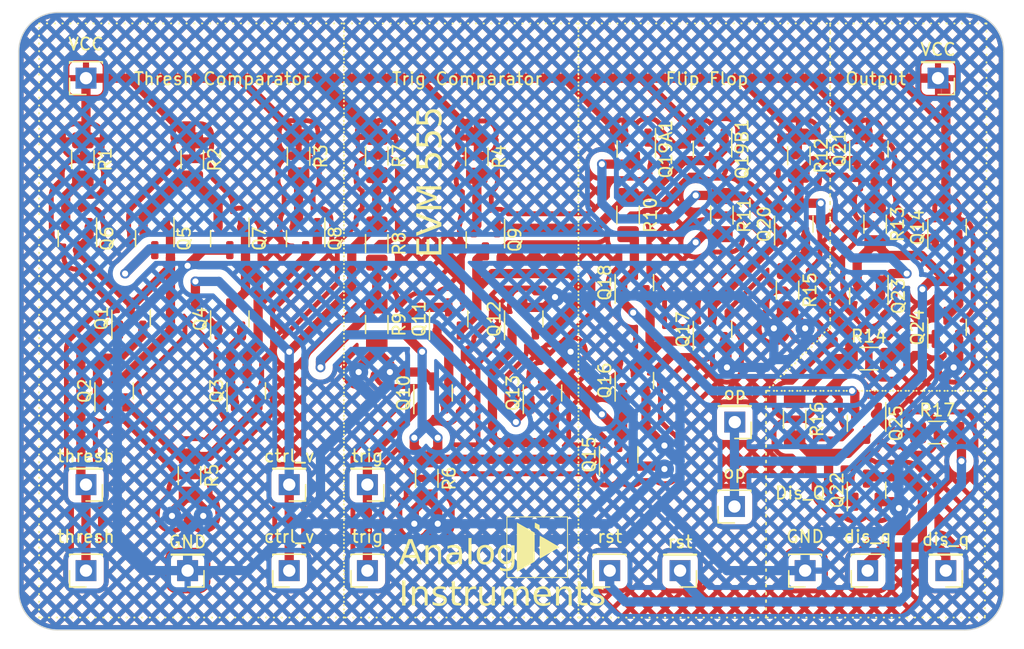
<source format=kicad_pcb>
(kicad_pcb (version 20221018) (generator pcbnew)
  (layers (0 "F.Cu" signal) (31 "B.Cu" signal) (34 "B.Paste" user) (35 "F.Paste" user) (36 "B.SilkS" user "B.Silkscreen") (37 "F.SilkS" user "F.Silkscreen") (38 "B.Mask" user) (39 "F.Mask" user) (44 "Edge.Cuts" user))
  (net 0 "")
  (net 1 "GND")
  (net 2 "thresh")
  (net 3 "op")
  (net 4 "rst")
  (net 5 "ctrl_v")
  (net 6 "dis_q")
  (net 7 "Net-(Q1-E)")
  (net 8 "Net-(Q1-C)")
  (net 9 "Net-(Q2-E)")
  (net 10 "Net-(Q3-B)")
  (net 11 "Net-(Q3-C)")
  (net 12 "Net-(Q5-E)")
  (net 13 "thresh_out")
  (net 14 "Net-(Q6-E)")
  (net 15 "Net-(Q8-E)")
  (net 16 "Net-(Q19A1-B)")
  (net 17 "Net-(Q9-E)")
  (net 18 "Net-(Q10-E)")
  (net 19 "Net-(Q12-B)")
  (net 20 "Net-(Q14-B)")
  (net 21 "Net-(Q16-C)")
  (net 22 "Net-(Q17-C)")
  (net 23 "Net-(Q18-B)")
  (net 24 "Net-(Q20-E)")
  (net 25 "Net-(Q20-C)")
  (net 26 "Net-(Q24-B)")
  (net 27 "Net-(Q22-B)")
  (net 28 "Net-(Q25-B)")
  (net 29 "trig")
  (net 30 "VCC")
  (net 31 "Net-(Q11-E)")
  (net 32 "Net-(Q11-C)")
  (net 33 "Net-(Q13-B)")
  (footprint "Package_TO_SOT_SMD:SOT-23" (layer "F.Cu") (at 118.207 58.517 90)
    (fp_text reference "Q17")
    (fp_text value "MMBT3904")
  )
  (footprint "Package_TO_SOT_SMD:SOT-23" (layer "F.Cu") (at 130.907 43.8635 90)
    (fp_text reference "Q21")
    (fp_text value "MMBT3904")
  )
  (footprint "Resistor_SMD:R_1206_3216Metric_Pad1.30x1.75mm_HandSolder" (layer "F.Cu") (at 130.907 60.8815)
    (fp_text reference "R14")
    (fp_text value "220")
  )
  (footprint "Package_TO_SOT_SMD:SOT-23" (layer "F.Cu") (at 130.907 55.8015 -90)
    (fp_text reference "Q23")
    (fp_text value "MMBT3906")
  )
  (footprint "Resistor_SMD:R_1206_3216Metric_Pad1.30x1.75mm_HandSolder" (layer "F.Cu") (at 111.349 49.2235 -90)
    (fp_text reference "R10")
    (fp_text value "15k")
  )
  (footprint "Connector_PinSocket_2.54mm:PinSocket_1x01_P2.54mm_Vertical" (layer "F.Cu") (at 67.31 38.1 180)
    (fp_text reference "J8A1")
    (fp_text value "VCC")
  )
  (footprint "Package_TO_SOT_SMD:SOT-23" (layer "F.Cu") (at 99.756 51.2295 -90)
    (fp_text reference "Q9")
    (fp_text value "MMBT3906")
  )
  (footprint "Package_TO_SOT_SMD:SOT-23" (layer "F.Cu") (at 78.994 51.1325 -90)
    (fp_text reference "Q7")
    (fp_text value "MMBT3906")
  )
  (footprint "Resistor_SMD:R_1206_3216Metric_Pad1.30x1.75mm_HandSolder" (layer "F.Cu") (at 136.464 66.8865)
    (fp_text reference "R17")
    (fp_text value "100k")
  )
  (footprint "Resistor_SMD:R_1206_3216Metric_Pad1.30x1.75mm_HandSolder" (layer "F.Cu") (at 67.056 44.704 -90)
    (fp_text reference "R1")
    (fp_text value "4.7k")
  )
  (footprint "Package_TO_SOT_SMD:SOT-23" (layer "F.Cu") (at 124.811 49.9595 90)
    (fp_text reference "Q20")
    (fp_text value "MMBT3904")
  )
  (footprint "Resistor_SMD:R_1206_3216Metric_Pad1.30x1.75mm_HandSolder" (layer "F.Cu") (at 131.415 49.9595 -90)
    (fp_text reference "R13")
    (fp_text value "3.9k")
  )
  (footprint "Package_TO_SOT_SMD:SOT-23" (layer "F.Cu") (at 104.394 63.6755 90)
    (fp_text reference "Q13")
    (fp_text value "MMBT3906")
  )
  (footprint "Package_TO_SOT_SMD:SOT-23" (layer "F.Cu") (at 118.207 43.8635 -90)
    (fp_text reference "Q19B1")
    (fp_text value "MMBT3906")
  )
  (footprint "Resistor_SMD:R_1206_3216Metric_Pad1.30x1.75mm_HandSolder" (layer "F.Cu") (at 90.932 51.536 -90)
    (fp_text reference "R8")
    (fp_text value "4.7k")
  )
  (footprint "Package_TO_SOT_SMD:SOT-23" (layer "F.Cu") (at 66.614 51.1325 -90)
    (fp_text reference "Q6")
    (fp_text value "MMBT3906")
  )
  (footprint "Package_TO_SOT_SMD:SOT-23" (layer "F.Cu") (at 72.898 51.1325 -90)
    (fp_text reference "Q5")
    (fp_text value "MMBT3906")
  )
  (footprint "Package_TO_SOT_SMD:SOT-23" (layer "F.Cu") (at 85.156 51.1325 -90)
    (fp_text reference "Q8")
    (fp_text value "MMBT3906")
  )
  (footprint "Package_TO_SOT_SMD:SOT-23" (layer "F.Cu") (at 130.719 66.137 -90)
    (fp_text reference "Q25")
    (fp_text value "MMBT3906")
  )
  (footprint "Package_TO_SOT_SMD:SOT-23" (layer "F.Cu") (at 110.587 68.677 90)
    (fp_text reference "Q15")
    (fp_text value "MMBT3904")
  )
  (footprint "Resistor_SMD:R_1206_3216Metric_Pad1.30x1.75mm_HandSolder" (layer "F.Cu") (at 94.996 70.612 -90)
    (fp_text reference "R6")
    (fp_text value "100k")
  )
  (footprint "Resistor_SMD:R_1206_3216Metric_Pad1.30x1.75mm_HandSolder" (layer "F.Cu") (at 99.06 44.476 -90)
    (fp_text reference "R4")
    (fp_text value "1k")
  )
  (footprint "Package_TO_SOT_SMD:SOT-23" (layer "F.Cu") (at 78.994 57.658 90)
    (fp_text reference "Q4")
    (fp_text value "MMBT3904")
  )
  (footprint "Connector_PinHeader_2.54mm:PinHeader_1x01_P2.54mm_Vertical" (layer "F.Cu") (at 137.16 78.105 180)
    (fp_text reference "J7")
    (fp_text value "dis_q")
  )
  (footprint "Resistor_SMD:R_1206_3216Metric_Pad1.30x1.75mm_HandSolder" (layer "F.Cu") (at 124.303 55.3195 -90)
    (fp_text reference "R15")
    (fp_text value "4.7k")
  )
  (footprint "my_logos:ai_logo_5mm_text" (layer "F.Cu") (at 98.425 78.74)
    (fp_text reference "G***" hide)
    (fp_text value "LOGO" hide)
  )
  (footprint "Connector_PinSocket_2.54mm:PinSocket_1x01_P2.54mm_Vertical" (layer "F.Cu") (at 130.81 78.105 180)
    (fp_text reference "J7A1")
    (fp_text value "dis_q")
  )
  (footprint "Package_TO_SOT_SMD:SOT-23" (layer "F.Cu") (at 95.504 63.6755 90)
    (fp_text reference "Q10")
    (fp_text value "MMBT3906")
  )
  (footprint "Resistor_SMD:R_1206_3216Metric_Pad1.30x1.75mm_HandSolder" (layer "F.Cu") (at 118.969 49.2235 -90)
    (fp_text reference "R11")
    (fp_text value "4.7k")
  )
  (footprint "Package_TO_SOT_SMD:SOT-23" (layer "F.Cu") (at 70.9755 57.592 90)
    (fp_text reference "Q1")
    (fp_text value "MMBT3904")
  )
  (footprint "Package_TO_SOT_SMD:SOT-23" (layer "F.Cu") (at 130.719 71.568 90)
    (fp_text reference "Q22")
    (fp_text value "MMBT3904")
  )
  (footprint "Connector_PinSocket_2.54mm:PinSocket_1x01_P2.54mm_Vertical" (layer "F.Cu") (at 67.31 78.105 180)
    (fp_text reference "J6A1")
    (fp_text value "thresh")
  )
  (footprint "Resistor_SMD:R_1206_3216Metric_Pad1.30x1.75mm_HandSolder" (layer "F.Cu") (at 84.582 44.45 -90)
    (fp_text reference "R3")
    (fp_text value "4.7k")
  )
  (footprint "Package_TO_SOT_SMD:SOT-23" (layer "F.Cu") (at 102.87 57.658 90)
    (fp_text reference "Q12")
    (fp_text value "MMBT3906")
  )
  (footprint "Connector_PinHeader_2.54mm:PinHeader_1x01_P2.54mm_Vertical" (layer "F.Cu") (at 136.525 38.1 180)
    (fp_text reference "J8")
    (fp_text value "VCC")
  )
  (footprint "Package_TO_SOT_SMD:SOT-23" (layer "F.Cu") (at 96.774 57.658 90)
    (fp_text reference "Q11")
    (fp_text value "MMBT3906")
  )
  (footprint "Resistor_SMD:R_1206_3216Metric_Pad1.30x1.75mm_HandSolder" (layer "F.Cu") (at 90.932 44.424 -90)
    (fp_text reference "R7")
    (fp_text value "4.7k")
  )
  (footprint "Connector_PinSocket_2.54mm:PinSocket_1x01_P2.54mm_Vertical" (layer "F.Cu") (at 109.855 78.105 180)
    (fp_text reference "J4A1")
    (fp_text value "rst")
  )
  (footprint "Resistor_SMD:R_1206_3216Metric_Pad1.30x1.75mm_HandSolder" (layer "F.Cu") (at 75.946 44.704 -90)
    (fp_text reference "R2")
    (fp_text value "820")
  )
  (footprint "Connector_PinHeader_2.54mm:PinHeader_1x01_P2.54mm_Vertical" (layer "F.Cu") (at 67.31 71.12 180)
    (fp_text reference "J6")
    (fp_text value "thresh")
  )
  (footprint "Connector_PinHeader_2.54mm:PinHeader_1x01_P2.54mm_Vertical" (layer "F.Cu") (at 120.015 66.04 180)
    (fp_text reference "J3")
    (fp_text value "op")
  )
  (footprint "Connector_PinHeader_2.54mm:PinHeader_1x01_P2.54mm_Vertical" (layer "F.Cu") (at 90.17 71.12 180)
    (fp_text reference "J2")
    (fp_text value "trig")
  )
  (footprint "Resistor_SMD:R_1206_3216Metric_Pad1.30x1.75mm_HandSolder" (layer "F.Cu") (at 90.932 58.114 -90)
    (fp_text reference "R9")
    (fp_text value "4.7k")
  )
  (footprint "Package_TO_SOT_SMD:SOT-23" (layer "F.Cu") (at 137.257 50.2135 90)
    (fp_text reference "Q14")
    (fp_text value "MMBT3904")
  )
  (footprint "Resistor_SMD:R_1206_3216Metric_Pad1.30x1.75mm_HandSolder" (layer "F.Cu") (at 75.718 70.384 -90)
    (fp_text reference "R5")
    (fp_text value "10k")
  )
  (footprint "Package_TO_SOT_SMD:SOT-23" (layer "F.Cu") (at 111.857 54.707 90)
    (fp_text reference "Q18")
    (fp_text value "MMBT3904")
  )
  (footprint "Connector_PinSocket_2.54mm:PinSocket_1x01_P2.54mm_Vertical" (layer "F.Cu") (at 119.9896 72.898 180)
    (fp_text reference "J3A1")
    (fp_text value "op")
  )
  (footprint "Connector_PinSocket_2.54mm:PinSocket_1x01_P2.54mm_Vertical" (layer "F.Cu") (at 83.82 78.105 180)
    (fp_text reference "J5A1")
    (fp_text value "ctrl_v")
  )
  (footprint "Connector_PinHeader_2.54mm:PinHeader_1x01_P2.54mm_Vertical" (layer "F.Cu") (at 75.565 78.105 180)
    (fp_text reference "J1")
    (fp_text value "GND")
  )
  (footprint "Connector_PinSocket_2.54mm:PinSocket_1x01_P2.54mm_Vertical" (layer "F.Cu") (at 90.17 78.105 180)
    (fp_text reference "J2A1")
    (fp_text value "trig")
  )
  (footprint "Resistor_SMD:R_1206_3216Metric_Pad1.30x1.75mm_HandSolder" (layer "F.Cu") (at 124.877 65.8045 -90)
    (fp_text reference "R16")
    (fp_text value "100")
  )
  (footprint "Package_TO_SOT_SMD:SOT-23" (layer "F.Cu") (at 112.014 43.8635 -90)
    (fp_text reference "Q19A1")
    (fp_text value "MMBT3906")
  )
  (footprint "Connector_PinHeader_2.54mm:PinHeader_1x01_P2.54mm_Vertical" (layer "F.Cu") (at 83.82 71.12 180)
    (fp_text reference "J5")
    (fp_text value "ctrl_v")
  )
  (footprint "Connector_PinHeader_2.54mm:PinHeader_1x01_P2.54mm_Vertical" (layer "F.Cu") (at 115.57 78.105 180)
    (fp_text reference "J4")
    (fp_text value "rst")
  )
  (footprint "Resistor_SMD:R_1206_3216Metric_Pad1.30x1.75mm_HandSolder" (layer "F.Cu") (at 125.222 44.3975 -90)
    (fp_text reference "R12")
    (fp_text value "6.8k")
  )
  (footprint "Package_TO_SOT_SMD:SOT-23" (layer "F.Cu") (at 80.33 63.5 90)
    (fp_text reference "Q3")
    (fp_text value "MMBT3904")
  )
  (footprint "Package_TO_SOT_SMD:SOT-23" (layer "F.Cu") (at 69.596 63.5 90)
    (fp_text reference "Q2")
    (fp_text value "MMBT3904")
  )
  (footprint "Package_TO_SOT_SMD:SOT-23" (layer "F.Cu") (at 111.857 62.6595 90)
    (fp_text reference "Q16")
    (fp_text value "MMBT3904")
  )
  (footprint "Connector_PinSocket_2.54mm:PinSocket_1x01_P2.54mm_Vertical" (layer "F.Cu") (at 125.73 78.105 180)
    (fp_text reference "J1A1")
    (fp_text value "GND")
  )
  (footprint "Package_TO_SOT_SMD:SOT-23" (layer "F.Cu") (at 137.257 58.3415 90)
    (fp_text reference "Q24")
    (fp_text value "MMBT3904")
  )
  (gr_rect (start 63.5 33.655) (end 88.265 81.915) (stroke (width 0.15) (type dot)) (fill none) (layer "F.SilkS"))
  (gr_poly (pts (xy 107.315 33.655) (xy 127.762 33.655) (xy 127.762 58.293) (xy 122.555 63.5) (xy 122.555 81.915) (xy 107.315 81.915)) (stroke (width 0.15) (type dot)) (fill none) (layer "F.SilkS"))
  (gr_rect (start 88.265 33.655) (end 107.315 81.915) (stroke (width 0.15) (type dot)) (fill none) (layer "F.SilkS"))
  (gr_poly (pts (xy 140.335 63.5) (xy 140.335 81.915) (xy 122.555 81.915) (xy 122.555 63.5)) (stroke (width 0.15) (type dot)) (fill none) (layer "F.SilkS"))
  (gr_poly (pts (xy 127.762 33.655) (xy 140.462 33.655) (xy 140.462 63.5) (xy 122.682 63.5) (xy 127.762 58.42)) (stroke (width 0.15) (type dot)) (fill none) (layer "F.SilkS"))
  (gr_arc (start 61.849 35.941) (mid 62.778936 33.695936) (end 65.024 32.766) (stroke (width 0.1)) (layer "Edge.Cuts"))
  (gr_line (start 138.684 82.931) (end 65.024 82.931) (stroke (width 0.1)) (layer "Edge.Cuts"))
  (gr_line (start 65.024 32.766) (end 138.684 32.766) (stroke (width 0.1)) (layer "Edge.Cuts"))
  (gr_line (start 141.859 35.941) (end 141.859 79.756) (stroke (width 0.1)) (layer "Edge.Cuts"))
  (gr_arc (start 141.859 79.756) (mid 140.929064 82.001064) (end 138.684 82.931) (stroke (width 0.1)) (layer "Edge.Cuts"))
  (gr_line (start 61.849 79.756) (end 61.849 35.941) (stroke (width 0.1)) (layer "Edge.Cuts"))
  (gr_arc (start 65.024 82.931) (mid 62.778936 82.001064) (end 61.849 79.756) (stroke (width 0.1)) (layer "Edge.Cuts"))
  (gr_arc (start 138.684 32.766) (mid 140.929064 33.695936) (end 141.859 35.941) (stroke (width 0.1)) (layer "Edge.Cuts"))
  (gr_text "Thresh Comparator" (at 71.12 38.735) (layer "F.SilkS") (effects (font (size 1 1)) (justify left bottom)))
  (gr_text "Flip Flop" (at 114.3 38.735) (layer "F.SilkS") (effects (font (size 1 1)) (justify left bottom)))
  (gr_text "EVM 555" (at 96.52 52.705 90) (layer "F.SilkS") (effects (font (size 2 2)) (justify left bottom)))
  (gr_text "Dis_Q" (at 123.19 72.39) (layer "F.SilkS") (effects (font (size 1 1)) (justify left bottom)))
  (gr_text "Output" (at 128.905 38.735) (layer "F.SilkS") (effects (font (size 1 1)) (justify left bottom)))
  (gr_text "Trig Comparator" (at 92.075 38.735) (layer "F.SilkS") (effects (font (size 1 1)) (justify left bottom)))
  (segment (start 93.98 74.295) (end 93.98 73.178) (width 0.75) (layer "F.Cu") (net 1))
  (segment (start 74.295 73.357) (end 75.718 71.934) (width 0.75) (layer "F.Cu") (net 1))
  (segment (start 138.207 61.183) (end 137.795 61.595) (width 0.75) (layer "F.Cu") (net 1))
  (segment (start 76.835 73.66) (end 76.835 73.051) (width 0.75) (layer "F.Cu") (net 1))
  (segment (start 93.98 73.178) (end 94.996 72.162) (width 0.75) (layer "F.Cu") (net 1))
  (segment (start 74.295 73.66) (end 74.295 73.357) (width 0.75) (layer "F.Cu") (net 1))
  (segment (start 106.68 60.452) (end 104.394 62.738) (width 0.75) (layer "F.Cu") (net 1))
  (segment (start 125.73 58.2965) (end 124.303 56.8695) (width 0.75) (layer "F.Cu") (net 1))
  (segment (start 95.885 73.051) (end 94.996 72.162) (width 0.75) (layer "F.Cu") (net 1))
  (segment (start 132.8305 72.5055) (end 133.35 73.025) (width 0.75) (layer "F.Cu") (net 1))
  (segment (start 91.9985 61.9745) (end 94.7405 61.9745) (width 0.75) (layer "F.Cu") (net 1))
  (segment (start 104.5695 56.7205) (end 105.41 55.88) (width 0.75) (layer "F.Cu") (net 1))
  (segment (start 102.87 56.7205) (end 104.5695 56.7205) (width 0.75) (layer "F.Cu") (net 1))
  (segment (start 119.38 61.595) (end 119.38 59.6775) (width 0.75) (layer "F.Cu") (net 1))
  (segment (start 123.19 58.42) (end 123.19 57.9825) (width 0.75) (layer "F.Cu") (net 1))
  (segment (start 94.7405 61.9745) (end 95.429 62.663) (width 0.75) (layer "F.Cu") (net 1))
  (segment (start 123.19 57.9825) (end 124.303 56.8695) (width 0.75) (layer "F.Cu") (net 1))
  (segment (start 95.429 62.663) (end 95.429 62.738) (width 0.75) (layer "F.Cu") (net 1))
  (segment (start 95.885 74.295) (end 95.885 73.051) (width 0.75) (layer "F.Cu") (net 1))
  (segment (start 111.537 69.6145) (end 114.0645 69.6145) (width 0.75) (layer "F.Cu") (net 1))
  (segment (start 112.807 66.452) (end 114.3 67.945) (width 0.75) (layer "F.Cu") (net 1))
  (segment (start 91.9985 61.3655) (end 90.8815 60.2485) (width 0.75) (layer "F.Cu") (net 1))
  (segment (start 114.0645 69.6145) (end 114.3 69.85) (width 0.75) (layer "F.Cu") (net 1))
  (segment (start 91.9985 61.9745) (end 91.9985 61.3655) (width 0.75) (layer "F.Cu") (net 1))
  (segment (start 75.565 53.34) (end 76.835 52.07) (width 0.75) (layer "F.Cu") (net 1))
  (segment (start 76.835 52.07) (end 78.919 52.07) (width 0.75) (layer "F.Cu") (net 1))
  (segment (start 76.835 73.051) (end 75.718 71.934) (width 0.75) (layer "F.Cu") (net 1))
  (segment (start 131.669 72.5055) (end 132.8305 72.5055) (width 0.75) (layer "F.Cu") (net 1))
  (segment (start 89.4585 61.6715) (end 90.8815 60.2485) (width 0.75) (layer "F.Cu") (net 1))
  (segment (start 112.807 63.597) (end 112.807 66.452) (width 0.75) (layer "F.Cu") (net 1))
  (segment (start 106.68 60.325) (end 106.68 60.452) (width 0.75) (layer "F.Cu") (net 1))
  (segment (start 119.38 59.6775) (end 119.157 59.4545) (width 0.75) (layer "F.Cu") (net 1))
  (segment (start 125.73 58.42) (end 125.73 58.2965) (width 0.75) (layer "F.Cu") (net 1))
  (segment (start 138.207 59.279) (end 138.207 61.183) (width 0.75) (layer "F.Cu") (net 1))
  (via (at 74.295 73.66) (size 0.8) (drill 0.5) (layers "F.Cu" "B.Cu") (net 1))
  (via (at 95.885 74.295) (size 0.8) (drill 0.5) (layers "F.Cu" "B.Cu") (net 1))
  (via (at 105.41 55.88) (size 0.8) (drill 0.5) (layers "F.Cu" "B.Cu") (net 1))
  (via (at 114.3 67.945) (size 0.8) (drill 0.5) (layers "F.Cu" "B.Cu") (net 1))
  (via (at 123.19 58.42) (size 0.8) (drill 0.5) (layers "F.Cu" "B.Cu") (net 1))
  (via (at 125.73 58.42) (size 0.8) (drill 0.5) (layers "F.Cu" "B.Cu") (net 1))
  (via (at 91.9985 61.9745) (size 0.8) (drill 0.5) (layers "F.Cu" "B.Cu") (net 1))
  (via (at 133.35 73.025) (size 0.8) (drill 0.5) (layers "F.Cu" "B.Cu") (net 1))
  (via (at 89.4585 61.9745) (size 0.8) (drill 0.5) (layers "F.Cu" "B.Cu") (net 1))
  (via (at 114.3 69.85) (size 0.8) (drill 0.5) (layers "F.Cu" "B.Cu") (net 1))
  (via (at 93.98 74.295) (size 0.8) (drill 0.5) (layers "F.Cu" "B.Cu") (net 1))
  (via (at 75.565 53.34) (size 0.8) (drill 0.5) (layers "F.Cu" "B.Cu") (net 1))
  (via (at 76.835 73.66) (size 0.8) (drill 0.5) (layers "F.Cu" "B.Cu") (net 1))
  (via (at 106.68 60.325) (size 0.8) (drill 0.5) (layers "F.Cu" "B.Cu") (net 1))
  (via (at 119.38 61.595) (size 0.8) (drill 0.5) (layers "F.Cu" "B.Cu") (net 1))
  (via (at 137.795 61.595) (size 0.8) (drill 0.5) (layers "F.Cu" "B.Cu") (net 1))
  (segment (start 124.46 60.96) (end 125.73 59.69) (width 0.75) (layer "B.Cu") (net 1))
  (segment (start 72.39 78.105) (end 69.85 75.565) (width 0.75) (layer "B.Cu") (net 1))
  (segment (start 89.4585 62.7885) (end 89.4585 61.9745) (width 0.75) (layer "B.Cu") (net 1))
  (segment (start 93.98 74.295) (end 84.455 74.295) (width 0.75) (layer "B.Cu") (net 1))
  (segment (start 84.455 74.295) (end 84.375 74.215) (width 0.75) (layer "B.Cu") (net 1))
  (segment (start 123.19 60.96) (end 122.555 61.595) (width 0.75) (layer "B.Cu") (net 1))
  (segment (start 75.565 78.105) (end 72.39 78.105) (width 0.75) (layer "B.Cu") (net 1))
  (segment (start 95.25 74.295) (end 93.98 74.295) (width 0.75) (layer "B.Cu") (net 1))
  (segment (start 83.025 75.565) (end 111.125 75.565) (width 0.75) (layer "B.Cu") (net 1))
  (segment (start 132.715 74.93) (end 127 74.93) (width 0.75) (layer "B.Cu") (net 1))
  (segment (start 82.1525 76.4375) (end 84.0575 74.5325) (width 0.75) (layer "B.Cu") (net 1))
  (segment (start 105.41 55.88) (end 107.315 55.88) (width 0.75) (layer "B.Cu") (net 1))
  (segment (start 86.36 68.58) (end 86.36 72.23) (width 0.75) (layer "B.Cu") (net 1))
  (segment (start 75.565 74.93) (end 76.835 73.66) (width 0.75) (layer "B.Cu") (net 1))
  (segment (start 90.805 64.135) (end 86.36 68.58) (width 0.75) (layer "B.Cu") (net 1))
  (segment (start 127 74.93) (end 125.73 76.2) (width 0.75) (layer "B.Cu") (net 1))
  (segment (start 123.19 60.96) (end 124.46 60.96) (width 0.75) (layer "B.Cu") (net 1))
  (segment (start 75.565 78.105) (end 80.485 78.105) (width 0.75) (layer "B.Cu") (net 1))
  (segment (start 115.57 69.215) (end 114.3 67.945) (width 0.75) (layer "B.Cu") (net 1))
  (segment (start 123.19 58.42) (end 123.19 60.96) (width 0.75) (layer "B.Cu") (net 1))
  (segment (start 107.315 55.88) (end 115.57 64.135) (width 0.75) (layer "B.Cu") (net 1))
  (segment (start 133.35 69.215) (end 133.35 73.025) (width 0.75) (layer "B.Cu") (net 1))
  (segment (start 125.73 78.105) (end 119.38 78.105) (width 0.75) (layer "B.Cu") (net 1))
  (segment (start 109.855 74.295) (end 106.68 74.295) (width 0.75) (layer "B.Cu") (net 1))
  (segment (start 120.545 55.775) (end 107.42 55.775) (width 0.75) (layer "B.Cu") (net 1))
  (segment (start 107.315 74.295) (end 106.68 74.295) (width 0.75) (layer "B.Cu") (net 1))
  (segment (start 95.885 74.295) (end 95.25 74.295) (width 0.75) (layer "B.Cu") (net 1))
  (segment (start 125.73 59.69) (end 125.73 58.42) (width 0.75) (layer "B.Cu") (net 1))
  (segment (start 106.68 74.295) (end 95.25 74.295) (width 0.75) (layer "B.Cu") (net 1))
  (segment (start 91.9985 62.9415) (end 91.9985 61.9745) (width 0.75) (layer "B.Cu") (net 1))
  (segment (start 90.805 64.135) (end 89.4585 62.7885) (width 0.75) (layer "B.Cu") (net 1))
  (segment (start 106.68 60.325) (end 111.76 65.405) (width 0.75) (layer "B.Cu") (net 1))
  (segment (start 111.76 65.405) (end 111.76 69.85) (width 0.75) (layer "B.Cu") (net 1))
  (segment (start 119.38 78.105) (end 113.9825 72.7075) (width 0.75) (layer "B.Cu") (net 1))
  (segment (start 115.57 69.215) (end 115.57 64.135) (width 0.75) (layer "B.Cu") (net 1))
  (segment (start 115.57 71.12) (end 115.57 69.215) (width 0.75) (layer "B.Cu") (net 1))
  (segment (start 123.19 58.42) (end 120.545 55.775) (width 0.75) (layer "B.Cu") (net 1))
  (segment (start 90.805 64.135) (end 91.9985 62.9415) (width 0.75) (layer "B.Cu") (net 1))
  (segment (start 107.42 55.775) (end 107.315 55.88) (width 0.75) (layer "B.Cu") (net 1))
  (segment (start 114.3 69.85) (end 109.855 74.295) (width 0.75) (layer "B.Cu") (net 1))
  (segment (start 69.85 75.565) (end 69.85 59.015456) (width 0.75) (layer "B.Cu") (net 1))
  (segment (start 122.555 61.595) (end 119.38 61.595) (width 0.75) (layer "B.Cu") (net 1))
  (segment (start 125.73 76.2) (end 125.73 78.105) (width 0.75) (layer "B.Cu") (net 1))
  (segment (start 111.125 75.565) (end 113.9825 72.7075) (width 0.75) (layer "B.Cu") (net 1))
  (segment (start 84.0575 74.5325) (end 84.375 74.215) (width 0.75) (layer "B.Cu") (net 1))
  (segment (start 133.35 74.295) (end 132.715 74.93) (width 0.75) (layer "B.Cu") (net 1))
  (segment (start 137.055 62.335) (end 137.055 65.51) (width 0.75) (layer "B.Cu") (net 1))
  (segment (start 83.025 75.565) (end 82.1525 76.4375) (width 0.75) (layer "B.Cu") (net 1))
  (segment (start 133.35 73.025) (end 133.35 74.295) (width 0.75) (layer "B.Cu") (net 1))
  (segment (start 80.485 78.105) (end 82.1525 76.4375) (width 0.75) (layer "B.Cu") (net 1))
  (segment (start 75.565 74.93) (end 74.295 73.66) (width 0.75) (layer "B.Cu") (net 1))
  (segment (start 113.9825 72.7075) (end 115.57 71.12) (width 0.75) (layer "B.Cu") (net 1))
  (segment (start 137.055 65.51) (end 133.35 69.215) (width 0.75) (layer "B.Cu") (net 1))
  (segment (start 111.76 69.85) (end 107.315 74.295) (width 0.75) (layer "B.Cu") (net 1))
  (segment (start 69.85 59.015456) (end 75.545228 53.320228) (width 0.75) (layer "B.Cu") (net 1))
  (segment (start 137.795 61.595) (end 137.055 62.335) (width 0.75) (layer "B.Cu") (net 1))
  (segment (start 86.36 72.23) (end 84.0575 74.5325) (width 0.75) (layer "B.Cu") (net 1))
  (segment (start 75.565 78.105) (end 75.565 74.93) (width 0.75) (layer "B.Cu") (net 1))
  (segment (start 67.31 78.105) (end 67.31 71.12) (width 0.75) (layer "F.Cu") (net 2))
  (segment (start 66.896 60.104) (end 68.4705 58.5295) (width 0.75) (layer "F.Cu") (net 2))
  (segment (start 68.4705 58.5295) (end 70.0255 58.5295) (width 0.75) (layer "F.Cu") (net 2))
  (segment (start 67.31 71.12) (end 66.896 70.706) (width 0.75) (layer "F.Cu") (net 2))
  (segment (start 66.896 70.706) (end 66.896 60.104) (width 0.75) (layer "F.Cu") (net 2))
  (segment (start 129.957 52.9675) (end 129.957 54.864) (width 0.75) (layer "F.Cu") (net 3))
  (segment (start 137.291 54.61) (end 137.795 54.61) (width 0.75) (layer "F.Cu") (net 3))
  (segment (start 131.415 51.5095) (end 129.957 52.9675) (width 0.75) (layer "F.Cu") (net 3))
  (segment (start 135.182 52.501) (end 137.291 54.61) (width 0.75) (layer "F.Cu") (net 3))
  (segment (start 132.4065 52.501) (end 135.182 52.501) (width 0.75) (layer "F.Cu") (net 3))
  (segment (start 138.207 56.454) (end 137.257 57.404) (width 0.75) (layer "F.Cu") (net 3))
  (segment (start 138.207 54.61) (end 138.207 56.454) (width 0.75) (layer "F.Cu") (net 3))
  (segment (start 138.207 51.151) (end 138.207 54.61) (width 0.75) (layer "F.Cu") (net 3))
  (segment (start 137.795 54.61) (end 138.207 54.61) (width 0.75) (layer "F.Cu") (net 3))
  (segment (start 135.89 54.61) (end 137.795 54.61) (width 0.75) (layer "F.Cu") (net 3))
  (segment (start 131.415 51.5095) (end 132.4065 52.501) (width 0.75) (layer "F.Cu") (net 3))
  (segment (start 135.255 55.245) (end 135.89 54.61) (width 0.75) (layer "F.Cu") (net 3))
  (via (at 135.255 55.245) (size 0.8) (drill 0.5) (layers "F.Cu" "B.Cu") (net 3))
  (segment (start 119.9896 66.0654) (end 120.015 66.04) (width 0.75) (layer "B.Cu") (net 3))
  (segment (start 128.27 69.215) (end 119.9896 69.215) (width 0.75) (layer "B.Cu") (net 3))
  (segment (start 119.9896 72.898) (end 119.9896 69.215) (width 0.75) (layer "B.Cu") (net 3))
  (segment (start 135.255 62.23) (end 128.27 69.215) (width 0.75) (layer "B.Cu") (net 3))
  (segment (start 119.9896 69.215) (end 119.9896 66.0654) (width 0.75) (layer "B.Cu") (net 3))
  (segment (start 135.255 55.245) (end 135.255 62.23) (width 0.75) (layer "B.Cu") (net 3))
  (segment (start 138.43 69.215) (end 138.43 67.3025) (width 0.75) (layer "F.Cu") (net 4))
  (segment (start 138.43 67.3025) (end 138.014 66.8865) (width 0.75) (layer "F.Cu") (net 4))
  (via (at 138.43 69.215) (size 0.8) (drill 0.5) (layers "F.Cu" "B.Cu") (net 4))
  (segment (start 115.57 78.105) (end 115.57 78.74) (width 0.75) (layer "B.Cu") (net 4))
  (segment (start 133.985 80.01) (end 133.35 80.645) (width 0.75) (layer "B.Cu") (net 4))
  (segment (start 115.57 78.74) (end 117.475 80.645) (width 0.75) (layer "B.Cu") (net 4))
  (segment (start 133.985 75.569188) (end 133.985 80.01) (width 0.75) (layer "B.Cu") (net 4))
  (segment (start 136.525 73.029188) (end 133.985 75.569188) (width 0.75) (layer "B.Cu") (net 4))
  (segment (start 138.43 71.12) (end 136.525 73.025) (width 0.75) (layer "B.Cu") (net 4))
  (segment (start 111.125 80.645) (end 109.855 79.375) (width 0.75) (layer "B.Cu") (net 4))
  (segment (start 133.35 80.645) (end 117.475 80.645) (width 0.75) (layer "B.Cu") (net 4))
  (segment (start 136.525 73.025) (end 136.525 73.029188) (width 0.75) (layer "B.Cu") (net 4))
  (segment (start 138.43 69.215) (end 138.43 71.12) (width 0.75) (layer "B.Cu") (net 4))
  (segment (start 117.475 80.645) (end 111.125 80.645) (width 0.75) (layer "B.Cu") (net 4))
  (segment (start 109.855 79.375) (end 109.855 78.105) (width 0.75) (layer "B.Cu") (net 4))
  (segment (start 76.2 56.7515) (end 76.2 54.61) (width 0.75) (layer "F.Cu") (net 5))
  (segment (start 88.9 52.018) (end 90.932 49.986) (width 0.75) (layer "F.Cu") (net 5))
  (segment (start 90.932 45.974) (end 90.932 49.986) (width 0.75) (layer "F.Cu") (net 5))
  (segment (start 83.82 78.105) (end 83.82 71.12) (width 0.75) (layer "F.Cu") (net 5))
  (segment (start 83.82 60.325) (end 88.9 55.245) (width 0.75) (layer "F.Cu") (net 5))
  (segment (start 88.9 55.245) (end 88.9 52.018) (width 0.75) (layer "F.Cu") (net 5))
  (segment (start 78.044 58.5955) (end 76.2 56.7515) (width 0.75) (layer "F.Cu") (net 5))
  (via (at 76.2 54.61) (size 0.8) (drill 0.5) (layers "F.Cu" "B.Cu") (net 5))
  (via (at 83.82 60.325) (size 0.8) (drill 0.5) (layers "F.Cu" "B.Cu") (net 5))
  (segment (start 78.105 54.61) (end 76.2 54.61) (width 0.75) (layer "B.Cu") (net 5))
  (segment (start 83.82 60.325) (end 78.105 54.61) (width 0.75) (layer "B.Cu") (net 5))
  (segment (start 83.82 71.12) (end 83.82 60.325) (width 0.75) (layer "B.Cu") (net 5))
  (segment (start 137.16 78.105) (end 137.16 76.835) (width 0.75) (layer "F.Cu") (net 6))
  (segment (start 135.255 76.2) (end 136.525 76.2) (width 0.75) (layer "F.Cu") (net 6))
  (segment (start 133.985 70.485) (end 135.255 71.755) (width 0.75) (layer "F.Cu") (net 6))
  (segment (start 135.255 71.755) (end 135.255 76.2) (width 0.75) (layer "F.Cu") (net 6))
  (segment (start 130.8645 70.485) (end 130.719 70.6305) (width 0.75) (layer "F.Cu") (net 6))
  (segment (start 132.08 76.2) (end 135.255 76.2) (width 0.75) (layer "F.Cu") (net 6))
  (segment (start 137.16 76.835) (end 136.525 76.2) (width 0.75) (layer "F.Cu") (net 6))
  (segment (start 130.81 78.105) (end 130.81 77.47) (width 0.75) (layer "F.Cu") (net 6))
  (segment (start 130.81 77.47) (end 132.08 76.2) (width 0.75) (layer "F.Cu") (net 6))
  (segment (start 133.985 70.485) (end 130.8645 70.485) (width 0.75) (layer "F.Cu") (net 6))
  (segment (start 71.9255 58.5295) (end 71.9255 58.95799) (width 0.75) (layer "F.Cu") (net 7))
  (segment (start 70.03349 60.85) (end 68.98001 60.85) (width 0.75) (layer "F.Cu") (net 7))
  (segment (start 68.246 64.0375) (end 68.646 64.4375) (width 0.75) (layer "F.Cu") (net 7))
  (segment (start 68.246 61.58401) (end 68.246 64.0375) (width 0.75) (layer "F.Cu") (net 7))
  (segment (start 68.98001 60.85) (end 68.246 61.58401) (width 0.75) (layer "F.Cu") (net 7))
  (segment (start 71.9255 58.95799) (end 70.03349 60.85) (width 0.75) (layer "F.Cu") (net 7))
  (segment (start 74.173 53.457) (end 74.173 52.705) (width 0.75) (layer "F.Cu") (net 8))
  (segment (start 66.614 52.07) (end 67.564 51.12) (width 0.75) (layer "F.Cu") (net 8))
  (segment (start 74.173 58.619678) (end 74.173 52.705) (width 0.75) (layer "F.Cu") (net 8))
  (segment (start 70.230178 62.5625) (end 74.173 58.619678) (width 0.75) (layer "F.Cu") (net 8))
  (segment (start 70.9755 56.6545) (end 74.173 53.457) (width 0.75) (layer "F.Cu") (net 8))
  (segment (start 69.596 62.5625) (end 70.230178 62.5625) (width 0.75) (layer "F.Cu") (net 8))
  (segment (start 70.9755 56.4315) (end 66.614 52.07) (width 0.75) (layer "F.Cu") (net 8))
  (segment (start 70.9755 56.6545) (end 70.9755 56.4315) (width 0.75) (layer "F.Cu") (net 8))
  (segment (start 74.173 50.52) (end 73.848 50.195) (width 0.75) (layer "F.Cu") (net 8))
  (segment (start 67.564 51.12) (end 67.564 50.195) (width 0.75) (layer "F.Cu") (net 8))
  (segment (start 74.173 52.705) (end 74.173 50.52) (width 0.75) (layer "F.Cu") (net 8))
  (segment (start 77.31199 68.834) (end 75.718 68.834) (width 0.75) (layer "F.Cu") (net 9))
  (segment (start 75.718 68.834) (end 74.9425 68.834) (width 0.75) (layer "F.Cu") (net 9))
  (segment (start 81.28 64.4375) (end 81.28 64.86599) (width 0.75) (layer "F.Cu") (net 9))
  (segment (start 81.28 64.86599) (end 77.31199 68.834) (width 0.75) (layer "F.Cu") (net 9))
  (segment (start 74.9425 68.834) (end 70.546 64.4375) (width 0.75) (layer "F.Cu") (net 9))
  (segment (start 79.055 60.01) (end 79.944 59.121) (width 0.75) (layer "F.Cu") (net 10))
  (segment (start 79.38 64.4375) (end 79.055 64.1125) (width 0.75) (layer "F.Cu") (net 10))
  (segment (start 79.944 59.121) (end 79.944 58.5955) (width 0.75) (layer "F.Cu") (net 10))
  (segment (start 79.055 64.1125) (end 79.055 60.01) (width 0.75) (layer "F.Cu") (net 10))
  (segment (start 80.269 53.34) (end 80.269 50.52) (width 0.75) (layer "F.Cu") (net 11))
  (segment (start 86.106 50.195) (end 86.106 51.703) (width 0.75) (layer "F.Cu") (net 11))
  (segment (start 85.156 52.653) (end 81.294 56.515) (width 0.75) (layer "F.Cu") (net 11))
  (segment (start 78.994 56.7205) (end 80.269 55.4455) (width 0.75) (layer "F.Cu") (net 11))
  (segment (start 80.405 60.569188) (end 80.405 62.5625) (width 0.75) (layer "F.Cu") (net 11))
  (segment (start 80.269 50.52) (end 79.944 50.195) (width 0.75) (layer "F.Cu") (net 11))
  (segment (start 86.106 51.703) (end 85.156 52.653) (width 0.75) (layer "F.Cu") (net 11))
  (segment (start 81.294 59.680188) (end 81.294 56.515) (width 0.75) (layer "F.Cu") (net 11))
  (segment (start 85.156 52.07) (end 85.156 52.653) (width 0.75) (layer "F.Cu") (net 11))
  (segment (start 81.294 59.680188) (end 80.405 60.569188) (width 0.75) (layer "F.Cu") (net 11))
  (segment (start 81.294 56.515) (end 81.294 54.365) (width 0.75) (layer "F.Cu") (net 11))
  (segment (start 81.294 54.365) (end 80.269 53.34) (width 0.75) (layer "F.Cu") (net 11))
  (segment (start 80.269 55.4455) (end 80.269 53.34) (width 0.75) (layer "F.Cu") (net 11))
  (segment (start 71.948 49.4075) (end 71.948 50.195) (width 0.75) (layer "F.Cu") (net 12))
  (segment (start 78.044 50.195) (end 78.044 48.352) (width 0.75) (layer "F.Cu") (net 12))
  (segment (start 75.946 46.254) (end 75.1015 46.254) (width 0.75) (layer "F.Cu") (net 12))
  (segment (start 78.044 48.352) (end 75.946 46.254) (width 0.75) (layer "F.Cu") (net 12))
  (segment (start 75.1015 46.254) (end 71.948 49.4075) (width 0.75) (layer "F.Cu") (net 12))
  (segment (start 70.485 53.975) (end 72.39 52.07) (width 0.75) (layer "F.Cu") (net 13))
  (segment (start 110.907 67.4195) (end 110.587 67.7395) (width 0.75) (layer "F.Cu") (net 13))
  (segment (start 118.969 50.7735) (end 117.5015 50.7735) (width 0.75) (layer "F.Cu") (net 13))
  (segment (start 110.49 66.675) (end 110.907 66.675) (width 0.75) (layer "F.Cu") (net 13))
  (segment (start 72.39 52.07) (end 72.823 52.07) (width 0.75) (layer "F.Cu") (net 13))
  (segment (start 109.22 65.405) (end 110.49 66.675) (width 0.75) (layer "F.Cu") (net 13))
  (segment (start 110.907 66.675) (end 110.907 67.4195) (width 0.75) (layer "F.Cu") (net 13))
  (segment (start 117.5015 50.7735) (end 116.84 51.435) (width 0.75) (layer "F.Cu") (net 13))
  (segment (start 110.907 63.597) (end 110.907 66.675) (width 0.75) (layer "F.Cu") (net 13))
  (via (at 116.84 51.435) (size 0.8) (drill 0.5) (layers "F.Cu" "B.Cu") (net 13))
  (via (at 109.22 65.405) (size 0.8) (drill 0.5) (layers "F.Cu" "B.Cu") (net 13))
  (via (at 70.485 53.975) (size 0.8) (drill 0.5) (layers "F.Cu" "B.Cu") (net 13))
  (segment (start 95.78 51.965) (end 116.31 51.965) (width 0.75) (layer "B.Cu") (net 13))
  (segment (start 70.485 53.975) (end 72.495 51.965) (width 0.75) (layer "B.Cu") (net 13))
  (segment (start 116.31 51.965) (end 116.84 51.435) (width 0.75) (layer "B.Cu") (net 13))
  (segment (start 72.495 51.965) (end 95.78 51.965) (width 0.75) (layer "B.Cu") (net 13))
  (segment (start 95.78 51.965) (end 109.22 65.405) (width 0.75) (layer "B.Cu") (net 13))
  (segment (start 67.056 46.254) (end 65.664 47.646) (width 0.75) (layer "F.Cu") (net 14))
  (segment (start 65.664 47.646) (end 65.664 50.195) (width 0.75) (layer "F.Cu") (net 14))
  (segment (start 84.582 49.819) (end 84.206 50.195) (width 0.75) (layer "F.Cu") (net 15))
  (segment (start 84.582 46) (end 84.582 49.819) (width 0.75) (layer "F.Cu") (net 15))
  (segment (start 114.3 44.262) (end 114.3 46.355) (width 0.75) (layer "F.Cu") (net 16))
  (segment (start 118.207 44.801) (end 119.157 43.851) (width 0.75) (layer "F.Cu") (net 16))
  (segment (start 100.706 50.292) (end 108.7305 50.292) (width 0.75) (layer "F.Cu") (net 16))
  (segment (start 114.3 46.355) (end 112.9815 47.6735) (width 0.75) (layer "F.Cu") (net 16))
  (segment (start 119.157 43.851) (end 119.157 42.926) (width 0.75) (layer "F.Cu") (net 16))
  (segment (start 112.964 42.926) (end 114.3 44.262) (width 0.75) (layer "F.Cu") (net 16))
  (segment (start 115.854 44.801) (end 114.3 46.355) (width 0.75) (layer "F.Cu") (net 16))
  (segment (start 108.7305 50.292) (end 111.349 47.6735) (width 0.75) (layer "F.Cu") (net 16))
  (segment (start 112.9815 47.6735) (end 111.349 47.6735) (width 0.75) (layer "F.Cu") (net 16))
  (segment (start 118.207 44.801) (end 115.854 44.801) (width 0.75) (layer "F.Cu") (net 16))
  (segment (start 99.06 46.026) (end 99.06 50.038) (width 0.75) (layer "F.Cu") (net 17))
  (segment (start 99.06 50.038) (end 98.806 50.292) (width 0.75) (layer "F.Cu") (net 17))
  (segment (start 95.824 58.5955) (end 95.824 59.02399) (width 0.75) (layer "F.Cu") (net 18))
  (segment (start 96.779 64.288) (end 96.454 64.613) (width 0.75) (layer "F.Cu") (net 18))
  (segment (start 95.824 59.02399) (end 96.779 59.97899) (width 0.75) (layer "F.Cu") (net 18))
  (segment (start 96.779 59.97899) (end 96.779 64.288) (width 0.75) (layer "F.Cu") (net 18))
  (segment (start 100.33 67.31) (end 100.732 67.712) (width 0.75) (layer "F.Cu") (net 19))
  (segment (start 104.775 67.712) (end 105.344 67.143) (width 0.75) (layer "F.Cu") (net 19))
  (segment (start 100.33 61.77551) (end 100.33 67.31) (width 0.75) (layer "F.Cu") (net 19))
  (segment (start 101.92 60.18551) (end 100.33 61.77551) (width 0.75) (layer "F.Cu") (net 19))
  (segment (start 100.732 67.712) (end 104.775 67.712) (width 0.75) (layer "F.Cu") (net 19))
  (segment (start 101.92 58.5955) (end 101.92 60.18551) (width 0.75) (layer "F.Cu") (net 19))
  (segment (start 105.344 67.143) (end 105.344 64.613) (width 0.75) (layer "F.Cu") (net 19))
  (segment (start 136.307 51.151) (end 134.1565 51.151) (width 0.75) (layer "F.Cu") (net 20))
  (segment (start 131.415 48.4095) (end 131.415 45.243) (width 0.75) (layer "F.Cu") (net 20))
  (segment (start 134.1565 51.151) (end 131.415 48.4095) (width 0.75) (layer "F.Cu") (net 20))
  (segment (start 131.415 45.243) (end 131.857 44.801) (width 0.75) (layer "F.Cu") (net 20))
  (segment (start 114.1245 59.4545) (end 113.135 60.444) (width 0.75) (layer "F.Cu") (net 21))
  (segment (start 117.257 59.4545) (end 114.1245 59.4545) (width 0.75) (layer "F.Cu") (net 21))
  (segment (start 113.135 60.444) (end 113.135 55.9725) (width 0.75) (layer "F.Cu") (net 21))
  (segment (start 111.857 61.722) (end 113.135 60.444) (width 0.75) (layer "F.Cu") (net 21))
  (segment (start 113.135 55.9725) (end 112.807 55.6445) (width 0.75) (layer "F.Cu") (net 21))
  (segment (start 118.969 47.6735) (end 120.6375 47.6735) (width 0.75) (layer "F.Cu") (net 22))
  (segment (start 123.861 50.897) (end 118.207 56.551) (width 0.75) (layer "F.Cu") (net 22))
  (segment (start 120.6375 47.6735) (end 123.861 50.897) (width 0.75) (layer "F.Cu") (net 22))
  (segment (start 116.84 47.625) (end 118.9205 47.625) (width 0.75) (layer "F.Cu") (net 22))
  (segment (start 111.73 45.085) (end 112.014 44.801) (width 0.75) (layer "F.Cu") (net 22))
  (segment (start 118.207 56.551) (end 118.207 57.5795) (width 0.75) (layer "F.Cu") (net 22))
  (segment (start 109.22 45.085) (end 111.73 45.085) (width 0.75) (layer "F.Cu") (net 22))
  (segment (start 118.9205 47.625) (end 118.969 47.6735) (width 0.75) (layer "F.Cu") (net 22))
  (via (at 109.22 45.085) (size 0.8) (drill 0.5) (layers "F.Cu" "B.Cu") (net 22))
  (via (at 116.84 47.625) (size 0.8) (drill 0.5) (layers "F.Cu" "B.Cu") (net 22))
  (segment (start 116.84 47.625) (end 114.935 49.53) (width 0.75) (layer "B.Cu") (net 22))
  (segment (start 109.22 45.085) (end 109.22 48.26) (width 0.75) (layer "B.Cu") (net 22))
  (segment (start 114.935 49.53) (end 110.49 49.53) (width 0.75) (layer "B.Cu") (net 22))
  (segment (start 109.22 48.26) (end 110.49 49.53) (width 0.75) (layer "B.Cu") (net 22))
  (segment (start 129.769 65.1995) (end 129.769 63.729) (width 0.75) (layer "F.Cu") (net 23))
  (segment (start 111.857 51.2815) (end 111.349 50.7735) (width 0.75) (layer "F.Cu") (net 23))
  (segment (start 110.907 54.7195) (end 111.857 53.7695) (width 0.75) (layer "F.Cu") (net 23))
  (segment (start 110.907 56.297) (end 111.76 57.15) (width 0.75) (layer "F.Cu") (net 23))
  (segment (start 129.769 63.729) (end 129.54 63.5) (width 0.75) (layer "F.Cu") (net 23))
  (segment (start 110.907 55.6445) (end 110.907 54.7195) (width 0.75) (layer "F.Cu") (net 23))
  (segment (start 111.857 53.7695) (end 111.857 51.2815) (width 0.75) (layer "F.Cu") (net 23))
  (segment (start 110.907 55.6445) (end 110.907 56.297) (width 0.75) (layer "F.Cu") (net 23))
  (via (at 111.76 57.15) (size 0.8) (drill 0.5) (layers "F.Cu" "B.Cu") (net 23))
  (via (at 129.54 63.5) (size 0.8) (drill 0.5) (layers "F.Cu" "B.Cu") (net 23))
  (segment (start 118.11 63.5) (end 111.76 57.15) (width 0.75) (layer "B.Cu") (net 23))
  (segment (start 129.54 63.5) (end 118.11 63.5) (width 0.75) (layer "B.Cu") (net 23))
  (segment (start 129.357 58.8235) (end 129.357 60.8815) (width 0.75) (layer "F.Cu") (net 24))
  (segment (start 129.357 60.8815) (end 128.25 60.8815) (width 0.75) (layer "F.Cu") (net 24))
  (segment (start 125.761 50.897) (end 125.761 52.3115) (width 0.75) (layer "F.Cu") (net 24))
  (segment (start 124.303 53.7695) (end 129.357 58.8235) (width 0.75) (layer "F.Cu") (net 24))
  (segment (start 125.761 52.3115) (end 124.303 53.7695) (width 0.75) (layer "F.Cu") (net 24))
  (segment (start 128.25 60.8815) (end 124.877 64.2545) (width 0.75) (layer "F.Cu") (net 24))
  (segment (start 125.573 48.26) (end 125.222 48.611) (width 0.75) (layer "F.Cu") (net 25))
  (segment (start 125.222 48.611) (end 124.811 49.022) (width 0.75) (layer "F.Cu") (net 25))
  (segment (start 133.985 53.975) (end 132.746 53.975) (width 0.75) (layer "F.Cu") (net 25))
  (segment (start 129.957 44.801) (end 126.3685 44.801) (width 0.75) (layer "F.Cu") (net 25))
  (segment (start 125.222 45.9475) (end 125.222 48.611) (width 0.75) (layer "F.Cu") (net 25))
  (segment (start 131.857 55.789) (end 131.857 54.864) (width 0.75) (layer "F.Cu") (net 25))
  (segment (start 130.907 56.739) (end 131.857 55.789) (width 0.75) (layer "F.Cu") (net 25))
  (segment (start 132.746 53.975) (end 131.857 54.864) (width 0.75) (layer "F.Cu") (net 25))
  (segment (start 127 48.26) (end 125.573 48.26) (width 0.75) (layer "F.Cu") (net 25))
  (segment (start 126.3685 44.801) (end 125.222 45.9475) (width 0.75) (layer "F.Cu") (net 25))
  (via (at 127 48.26) (size 0.8) (drill 0.5) (layers "F.Cu" "B.Cu") (net 25))
  (via (at 133.985 53.975) (size 0.8) (drill 0.5) (layers "F.Cu" "B.Cu") (net 25))
  (segment (start 132.715 52.705) (end 129.54 52.705) (width 0.75) (layer "B.Cu") (net 25))
  (segment (start 127 48.26) (end 127 50.165) (width 0.75) (layer "B.Cu") (net 25))
  (segment (start 127 50.165) (end 129.54 52.705) (width 0.75) (layer "B.Cu") (net 25))
  (segment (start 133.985 53.975) (end 132.715 52.705) (width 0.75) (layer "B.Cu") (net 25))
  (segment (start 134.0595 59.279) (end 132.457 60.8815) (width 0.75) (layer "F.Cu") (net 26))
  (segment (start 136.307 59.279) (end 134.0595 59.279) (width 0.75) (layer "F.Cu") (net 26))
  (segment (start 128.3855 72.5055) (end 129.769 72.5055) (width 0.75) (layer "F.Cu") (net 27))
  (segment (start 124.877 67.3545) (end 126.1025 68.58) (width 0.75) (layer "F.Cu") (net 27))
  (segment (start 127.635 68.58) (end 127.635 71.755) (width 0.75) (layer "F.Cu") (net 27))
  (segment (start 129.2135 68.58) (end 130.719 67.0745) (width 0.75) (layer "F.Cu") (net 27))
  (segment (start 126.1025 68.58) (end 127.635 68.58) (width 0.75) (layer "F.Cu") (net 27))
  (segment (start 127.635 71.755) (end 128.3855 72.5055) (width 0.75) (layer "F.Cu") (net 27))
  (segment (start 127.635 68.58) (end 129.2135 68.58) (width 0.75) (layer "F.Cu") (net 27))
  (segment (start 131.445 65.405) (end 132.9265 66.8865) (width 0.75) (layer "F.Cu") (net 28))
  (segment (start 131.669 65.1995) (end 131.6505 65.1995) (width 0.75) (layer "F.Cu") (net 28))
  (segment (start 131.6505 65.1995) (end 131.445 65.405) (width 0.75) (layer "F.Cu") (net 28))
  (segment (start 132.9265 66.8865) (end 134.914 66.8865) (width 0.75) (layer "F.Cu") (net 28))
  (segment (start 94.554 64.613) (end 90.17 68.997) (width 0.75) (layer "F.Cu") (net 29))
  (segment (start 90.17 71.12) (end 90.17 78.105) (width 0.75) (layer "F.Cu") (net 29))
  (segment (start 90.17 68.997) (end 90.17 71.12) (width 0.75) (layer "F.Cu") (net 29))
  (segment (start 86.158 38.1) (end 90.932 42.874) (width 0.75) (layer "F.Cu") (net 30))
  (segment (start 79.782 38.1) (end 84.582 42.9) (width 0.75) (layer "F.Cu") (net 30))
  (segment (start 126.081 38.1) (end 130.907 42.926) (width 0.75) (layer "F.Cu") (net 30))
  (segment (start 106.238 38.1) (end 111.064 42.926) (width 0.75) (layer "F.Cu") (net 30))
  (segment (start 120.4745 38.1) (end 126.081 38.1) (width 0.75) (layer "F.Cu") (net 30))
  (segment (start 133.35 38.1) (end 137.16 41.91) (width 0.75) (layer "F.Cu") (net 30))
  (segment (start 85.725 38.1) (end 94.234 38.1) (width 0.75) (layer "F.Cu") (net 30))
  (segment (start 137.16 41.91) (end 137.16 49.179) (width 0.75) (layer "F.Cu") (net 30))
  (segment (start 136.525 38.1) (end 133.35 38.1) (width 0.75) (layer "F.Cu") (net 30))
  (segment (start 85.725 38.1) (end 86.158 38.1) (width 0.75) (layer "F.Cu") (net 30))
  (segment (start 120.4745 38.1) (end 125.222 42.8475) (width 0.75) (layer "F.Cu") (net 30))
  (segment (start 79.782 38.1) (end 85.725 38.1) (width 0.75) (layer "F.Cu") (net 30))
  (segment (start 137.16 38.735) (end 136.525 38.1) (width 0.75) (layer "F.Cu") (net 30))
  (segment (start 137.16 49.179) (end 137.257 49.276) (width 0.75) (layer "F.Cu") (net 30))
  (segment (start 112.431 38.1) (end 120.4745 38.1) (width 0.75) (layer "F.Cu") (net 30))
  (segment (start 70.892 38.1) (end 75.946 43.154) (width 0.75) (layer "F.Cu") (net 30))
  (segment (start 67.31 38.1) (end 70.892 38.1) (width 0.75) (layer "F.Cu") (net 30))
  (segment (start 70.892 38.1) (end 79.782 38.1) (width 0.75) (layer "F.Cu") (net 30))
  (segment (start 67.31 38.1) (end 67.31 42.9) (width 0.75) (layer "F.Cu") (net 30))
  (segment (start 94.234 38.1) (end 99.06 42.926) (width 0.75) (layer "F.Cu") (net 30))
  (segment (start 106.238 38.1) (end 112.431 38.1) (width 0.75) (layer "F.Cu") (net 30))
  (segment (start 112.431 38.1) (end 117.257 42.926) (width 0.75) (layer "F.Cu") (net 30))
  (segment (start 126.081 38.1) (end 133.35 38.1) (width 0.75) (layer "F.Cu") (net 30))
  (segment (start 67.31 42.9) (end 67.056 43.154) (width 0.75) (layer "F.Cu") (net 30))
  (segment (start 137.16 41.91) (end 137.16 38.735) (width 0.75) (layer "F.Cu") (net 30))
  (segment (start 94.234 38.1) (end 106.238 38.1) (width 0.75) (layer "F.Cu") (net 30))
  (segment (start 99.06 55.245) (end 99.06 52.863) (width 0.75) (layer "F.Cu") (net 31))
  (segment (start 103.82 58.5955) (end 105.2345 58.5955) (width 0.75) (layer "F.Cu") (net 31))
  (segment (start 99.06 52.863) (end 99.756 52.167) (width 0.75) (layer "F.Cu") (net 31))
  (segment (start 105.2345 58.5955) (end 107.315 56.515) (width 0.75) (layer "F.Cu") (net 31))
  (segment (start 99.06 57.2595) (end 99.06 55.245) (width 0.75) (layer "F.Cu") (net 31))
  (segment (start 106.68 53.975) (end 100.33 53.975) (width 0.75) (layer "F.Cu") (net 31))
  (segment (start 100.33 53.975) (end 99.06 55.245) (width 0.75) (layer "F.Cu") (net 31))
  (segment (start 97.724 58.5955) (end 99.06 57.2595) (width 0.75) (layer "F.Cu") (net 31))
  (segment (start 107.315 56.515) (end 107.315 54.61) (width 0.75) (layer "F.Cu") (net 31))
  (segment (start 107.315 54.61) (end 106.68 53.975) (width 0.75) (layer "F.Cu") (net 31))
  (segment (start 93.345 57.785) (end 94.4095 56.7205) (width 0.75) (layer "F.Cu") (net 32))
  (segment (start 95.885 67.31) (end 95.885 68.173) (width 0.75) (layer "F.Cu") (net 32))
  (segment (start 94.615 60.325) (end 93.345 59.055) (width 0.75) (layer "F.Cu") (net 32))
  (segment (start 94.996 69.062) (end 109.0845 69.062) (width 0.75) (layer "F.Cu") (net 32))
  (segment (start 95.885 68.173) (end 94.996 69.062) (width 0.75) (layer "F.Cu") (net 32))
  (segment (start 93.98 68.046) (end 94.996 69.062) (width 0.75) (layer "F.Cu") (net 32))
  (segment (start 94.4095 56.7205) (end 96.774 56.7205) (width 0.75) (layer "F.Cu") (net 32))
  (segment (start 93.98 67.31) (end 93.98 68.046) (width 0.75) (layer "F.Cu") (net 32))
  (segment (start 109.0845 69.062) (end 109.637 69.6145) (width 0.75) (layer "F.Cu") (net 32))
  (segment (start 93.345 59.055) (end 93.345 57.785) (width 0.75) (layer "F.Cu") (net 32))
  (via (at 95.885 67.31) (size 0.8) (drill 0.5) (layers "F.Cu" "B.Cu") (net 32))
  (via (at 94.615 60.325) (size 0.8) (drill 0.5) (layers "F.Cu" "B.Cu") (net 32))
  (via (at 93.98 67.31) (size 0.8) (drill 0.5) (layers "F.Cu" "B.Cu") (net 32))
  (segment (start 94.615 66.04) (end 94.615 66.675) (width 0.75) (layer "B.Cu") (net 32))
  (segment (start 94.615 60.325) (end 94.615 66.04) (width 0.75) (layer "B.Cu") (net 32))
  (segment (start 94.615 66.675) (end 93.98 67.31) (width 0.75) (layer "B.Cu") (net 32))
  (segment (start 94.615 66.04) (end 95.885 67.31) (width 0.75) (layer "B.Cu") (net 32))
  (segment (start 90.932 53.086) (end 90.932 56.564) (width 0.75) (layer "F.Cu") (net 33))
  (segment (start 102.235 65.822) (end 103.444 64.613) (width 0.75) (layer "F.Cu") (net 33))
  (segment (start 102.235 66.04) (end 102.235 65.822) (width 0.75) (layer "F.Cu") (net 33))
  (segment (start 86.36 61.136) (end 90.932 56.564) (width 0.75) (layer "F.Cu") (net 33))
  (segment (start 86.36 61.595) (end 86.36 61.136) (width 0.75) (layer "F.Cu") (net 33))
  (via (at 86.36 61.595) (size 0.8) (drill 0.5) (layers "F.Cu" "B.Cu") (net 33))
  (via (at 102.235 66.04) (size 0.8) (drill 0.5) (layers "F.Cu" "B.Cu") (net 33))
  (segment (start 95.184544 58.95) (end 88.37 58.95) (width 0.75) (layer "B.Cu") (net 33))
  (segment (start 102.235 66.000456) (end 95.184544 58.95) (width 0.75) (layer "B.Cu") (net 33))
  (segment (start 88.37 58.95) (end 86.36 60.96) (width 0.75) (layer "B.Cu") (net 33))
  (segment (start 102.235 66.04) (end 102.235 66.000456) (width 0.75) (layer "B.Cu") (net 33))
  (segment (start 86.36 60.96) (end 86.36 61.595) (width 0.75) (layer "B.Cu") (net 33))
  (zone (net 30) (net_name "VCC") (layer "F.Cu") (priority 1) (connect_pads (clearance 0.5)) (min_thickness 0.25) (fill yes (mode hatch) (thermal_gap 0.5) (thermal_bridge_width 0.5) (island_removal_mode 2) (island_area_min 10) (hatch_thickness 0.4) (hatch_gap 0.6) (hatch_orientation 45) (hatch_border_algorithm hatch_thickness) (hatch_min_hole_area 0.3))
    (polygon (pts (xy 60.325 31.75) (xy 143.51 31.75) (xy 143.51 84.455) (xy 60.325 84.455)))
  )
  (zone (net 1) (net_name "GND") (layer "B.Cu") (connect_pads (clearance 0.5)) (min_thickness 0.25) (fill yes (mode hatch) (thermal_gap 0.5) (thermal_bridge_width 0.5) (island_removal_mode 2) (island_area_min 10) (hatch_thickness 0.4) (hatch_gap 0.6) (hatch_orientation 45) (hatch_border_algorithm hatch_thickness) (hatch_min_hole_area 0.3))
    (polygon (pts (xy 143.51 84.455) (xy 143.51 31.75) (xy 60.325 31.75) (xy 60.325 84.455)))
  )
)
</source>
